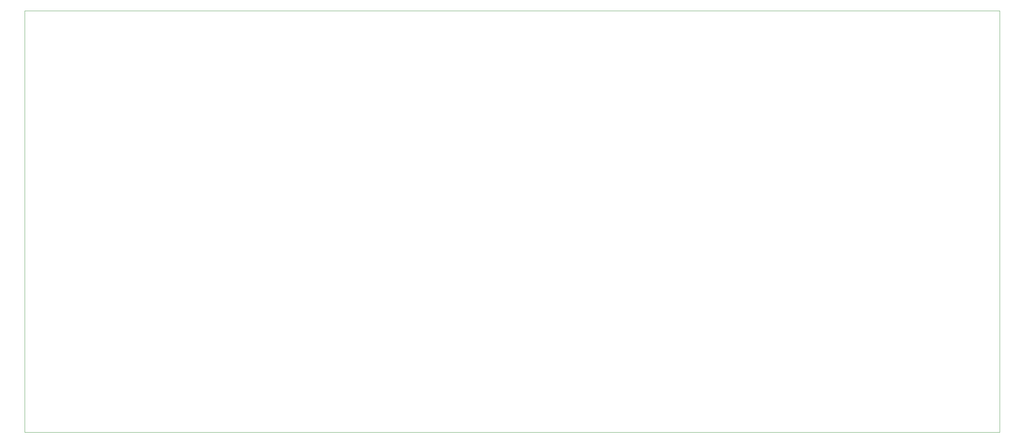
<source format=gbr>
G04 #@! TF.GenerationSoftware,KiCad,Pcbnew,5.1.5+dfsg1-2build2*
G04 #@! TF.CreationDate,2021-02-11T11:00:20+00:00*
G04 #@! TF.ProjectId,instruction,696e7374-7275-4637-9469-6f6e2e6b6963,rev?*
G04 #@! TF.SameCoordinates,Original*
G04 #@! TF.FileFunction,Profile,NP*
%FSLAX46Y46*%
G04 Gerber Fmt 4.6, Leading zero omitted, Abs format (unit mm)*
G04 Created by KiCad (PCBNEW 5.1.5+dfsg1-2build2) date 2021-02-11 11:00:20*
%MOMM*%
%LPD*%
G04 APERTURE LIST*
%ADD10C,0.100000*%
G04 APERTURE END LIST*
D10*
X262890000Y-38100000D02*
X262890000Y-140970000D01*
X25400000Y-38100000D02*
X262890000Y-38100000D01*
X25400000Y-140970000D02*
X25400000Y-38100000D01*
X262890000Y-140970000D02*
X25400000Y-140970000D01*
M02*

</source>
